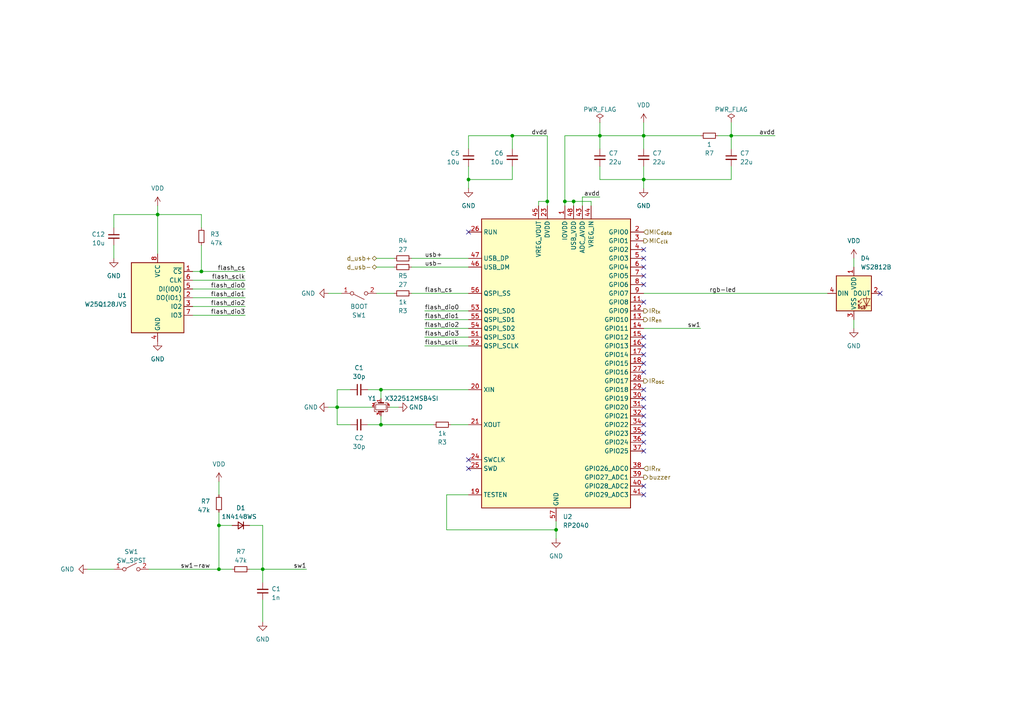
<source format=kicad_sch>
(kicad_sch (version 20230121) (generator eeschema)
  (paper "A4")
  (title_block (title "MCU") (date "2023-06-17"))
  (lib_symbols
    (symbol "Device:C_Small" (pin_numbers hide) (pin_names (offset 0.254) hide)
      (property "Reference" "C" (at 0.254 1.778 0))
      (property "Value" "C_Small" (at 0.254 -2.032 0))
      (symbol "C_Small_0_1"
        (polyline (pts (xy -1.524 -0.508) (xy 1.524 -0.508)) (stroke (width 0.3302)))
        (polyline (pts (xy -1.524 0.508) (xy 1.524 0.508)) (stroke (width 0.3048)))
      )
      (symbol "C_Small_1_1"
        (pin passive line (at 0 2.54 270) (length 2.032) (name "~") (number "1"))
        (pin passive line (at 0 -2.54 90) (length 2.032) (name "~") (number "2"))
      )
    )
    (symbol "Device:Crystal_GND24_Small" (pin_names (offset 1.016) hide)
      (property "Reference" "Y" (at 1.27 4.445 0))
      (property "Value" "Crystal_GND24_Small" (at 1.27 2.54 0))
      (symbol "Crystal_GND24_Small_0_1"
        (rectangle (start -0.762 -1.524) (end 0.762 1.524))
        (polyline (pts (xy -1.27 -0.762) (xy -1.27 0.762)) (stroke (width 0.381)))
        (polyline (pts (xy 1.27 -0.762) (xy 1.27 0.762)) (stroke (width 0.381)))
        (polyline (pts (xy -1.27 -1.27) (xy -1.27 -1.905) (xy 1.27 -1.905) (xy 1.27 -1.27)))
        (polyline (pts (xy -1.27 1.27) (xy -1.27 1.905) (xy 1.27 1.905) (xy 1.27 1.27)))
      )
      (symbol "Crystal_GND24_Small_1_1"
        (pin passive line (at -2.54 0 0) (length 1.27) (name "1") (number "1"))
        (pin passive line (at 0 -2.54 90) (length 0.635) (name "2") (number "2"))
        (pin passive line (at 2.54 0 180) (length 1.27) (name "3") (number "3"))
        (pin passive line (at 0 2.54 270) (length 0.635) (name "4") (number "4"))
      )
    )
    (symbol "Device:D_Small" (pin_numbers hide) (pin_names (offset 0.254) hide)
      (property "Reference" "D" (at -1.27 2.032 0))
      (property "Value" "D_Small" (at -3.81 -2.032 0))
      (symbol "D_Small_0_1"
        (polyline (pts (xy -0.762 -1.016) (xy -0.762 1.016)) (stroke (width 0.254)))
        (polyline (pts (xy -0.762 0) (xy 0.762 0)))
        (polyline (pts (xy 0.762 -1.016) (xy -0.762 0) (xy 0.762 1.016) (xy 0.762 -1.016)) (stroke (width 0.254)))
      )
      (symbol "D_Small_1_1"
        (pin passive line (at -2.54 0 0) (length 1.778) (name "K") (number "1"))
        (pin passive line (at 2.54 0 180) (length 1.778) (name "A") (number "2"))
      )
    )
    (symbol "Device:R_Small" (pin_numbers hide) (pin_names (offset 0.254) hide)
      (property "Reference" "R" (at 0.762 0.508 0))
      (property "Value" "R_Small" (at 0.762 -1.016 0))
      (symbol "R_Small_0_1"
        (rectangle (start -0.762 1.778) (end 0.762 -1.778) (stroke (width 0.2032)))
      )
      (symbol "R_Small_1_1"
        (pin passive line (at 0 2.54 270) (length 0.762) (name "~") (number "1"))
        (pin passive line (at 0 -2.54 90) (length 0.762) (name "~") (number "2"))
      )
    )
    (symbol "LED:WS2812B" (pin_names (offset 0.254))
      (property "Reference" "D" (at 5.08 5.715 0))
      (property "Value" "WS2812B" (at 1.27 -5.715 0))
      (symbol "WS2812B_0_0"
        (text "RGB" (at 2.286 -4.191 0) (effects (font (size 0.762 0.762))))
      )
      (symbol "WS2812B_0_1"
        (polyline (pts (xy 1.27 -3.556) (xy 1.778 -3.556)))
        (polyline (pts (xy 1.27 -2.54) (xy 1.778 -2.54)))
        (polyline (pts (xy 4.699 -3.556) (xy 2.667 -3.556)))
        (polyline (pts (xy 2.286 -2.54) (xy 1.27 -3.556) (xy 1.27 -3.048)))
        (polyline (pts (xy 2.286 -1.524) (xy 1.27 -2.54) (xy 1.27 -2.032)))
        (polyline (pts (xy 3.683 -1.016) (xy 3.683 -3.556) (xy 3.683 -4.064)))
        (polyline (pts (xy 4.699 -1.524) (xy 2.667 -1.524) (xy 3.683 -3.556) (xy 4.699 -1.524)))
        (rectangle (start 5.08 5.08) (end -5.08 -5.08) (stroke (width 0.254)) (fill (type background)))
      )
      (symbol "WS2812B_1_1"
        (pin power_in line (at 0 7.62 270) (length 2.54) (name "VDD") (number "1"))
        (pin output line (at 7.62 0 180) (length 2.54) (name "DOUT") (number "2"))
        (pin power_in line (at 0 -7.62 90) (length 2.54) (name "VSS") (number "3"))
        (pin input line (at -7.62 0 0) (length 2.54) (name "DIN") (number "4"))
      )
    )
    (symbol "MCU_RaspberryPi:RP2040"
      (property "Reference" "U" (at 17.78 45.72 0))
      (property "Value" "RP2040" (at 17.78 43.18 0))
      (symbol "RP2040_0_1"
        (rectangle (start -21.59 41.91) (end 21.59 -41.91) (stroke (width 0.254)) (fill (type background)))
      )
      (symbol "RP2040_1_1"
        (pin power_in line (at 2.54 45.72 270) (length 3.81) (name "IOVDD") (number "1"))
        (pin passive line (at 2.54 45.72 270) (length 3.81) hide (name "IOVDD") (number "10"))
        (pin bidirectional line (at 25.4 17.78 180) (length 3.81) (name "GPIO8") (number "11"))
        (pin bidirectional line (at 25.4 15.24 180) (length 3.81) (name "GPIO9") (number "12"))
        (pin bidirectional line (at 25.4 12.7 180) (length 3.81) (name "GPIO10") (number "13"))
        (pin bidirectional line (at 25.4 10.16 180) (length 3.81) (name "GPIO11") (number "14"))
        (pin bidirectional line (at 25.4 7.62 180) (length 3.81) (name "GPIO12") (number "15"))
        (pin bidirectional line (at 25.4 5.08 180) (length 3.81) (name "GPIO13") (number "16"))
        (pin bidirectional line (at 25.4 2.54 180) (length 3.81) (name "GPIO14") (number "17"))
        (pin bidirectional line (at 25.4 0 180) (length 3.81) (name "GPIO15") (number "18"))
        (pin input line (at -25.4 -38.1 0) (length 3.81) (name "TESTEN") (number "19"))
        (pin bidirectional line (at 25.4 38.1 180) (length 3.81) (name "GPIO0") (number "2"))
        (pin input line (at -25.4 -7.62 0) (length 3.81) (name "XIN") (number "20"))
        (pin passive line (at -25.4 -17.78 0) (length 3.81) (name "XOUT") (number "21"))
        (pin passive line (at 2.54 45.72 270) (length 3.81) hide (name "IOVDD") (number "22"))
        (pin power_in line (at -2.54 45.72 270) (length 3.81) (name "DVDD") (number "23"))
        (pin input line (at -25.4 -27.94 0) (length 3.81) (name "SWCLK") (number "24"))
        (pin bidirectional line (at -25.4 -30.48 0) (length 3.81) (name "SWD") (number "25"))
        (pin input line (at -25.4 38.1 0) (length 3.81) (name "RUN") (number "26"))
        (pin bidirectional line (at 25.4 -2.54 180) (length 3.81) (name "GPIO16") (number "27"))
        (pin bidirectional line (at 25.4 -5.08 180) (length 3.81) (name "GPIO17") (number "28"))
        (pin bidirectional line (at 25.4 -7.62 180) (length 3.81) (name "GPIO18") (number "29"))
        (pin bidirectional line (at 25.4 35.56 180) (length 3.81) (name "GPIO1") (number "3"))
        (pin bidirectional line (at 25.4 -10.16 180) (length 3.81) (name "GPIO19") (number "30"))
        (pin bidirectional line (at 25.4 -12.7 180) (length 3.81) (name "GPIO20") (number "31"))
        (pin bidirectional line (at 25.4 -15.24 180) (length 3.81) (name "GPIO21") (number "32"))
        (pin passive line (at 2.54 45.72 270) (length 3.81) hide (name "IOVDD") (number "33"))
        (pin bidirectional line (at 25.4 -17.78 180) (length 3.81) (name "GPIO22") (number "34"))
        (pin bidirectional line (at 25.4 -20.32 180) (length 3.81) (name "GPIO23") (number "35"))
        (pin bidirectional line (at 25.4 -22.86 180) (length 3.81) (name "GPIO24") (number "36"))
        (pin bidirectional line (at 25.4 -25.4 180) (length 3.81) (name "GPIO25") (number "37"))
        (pin bidirectional line (at 25.4 -30.48 180) (length 3.81) (name "GPIO26_ADC0") (number "38"))
        (pin bidirectional line (at 25.4 -33.02 180) (length 3.81) (name "GPIO27_ADC1") (number "39"))
        (pin bidirectional line (at 25.4 33.02 180) (length 3.81) (name "GPIO2") (number "4"))
        (pin bidirectional line (at 25.4 -35.56 180) (length 3.81) (name "GPIO28_ADC2") (number "40"))
        (pin bidirectional line (at 25.4 -38.1 180) (length 3.81) (name "GPIO29_ADC3") (number "41"))
        (pin passive line (at 2.54 45.72 270) (length 3.81) hide (name "IOVDD") (number "42"))
        (pin power_in line (at 7.62 45.72 270) (length 3.81) (name "ADC_AVDD") (number "43"))
        (pin power_in line (at 10.16 45.72 270) (length 3.81) (name "VREG_IN") (number "44"))
        (pin power_out line (at -5.08 45.72 270) (length 3.81) (name "VREG_VOUT") (number "45"))
        (pin bidirectional line (at -25.4 27.94 0) (length 3.81) (name "USB_DM") (number "46"))
        (pin bidirectional line (at -25.4 30.48 0) (length 3.81) (name "USB_DP") (number "47"))
        (pin power_in line (at 5.08 45.72 270) (length 3.81) (name "USB_VDD") (number "48"))
        (pin passive line (at 2.54 45.72 270) (length 3.81) hide (name "IOVDD") (number "49"))
        (pin bidirectional line (at 25.4 30.48 180) (length 3.81) (name "GPIO3") (number "5"))
        (pin passive line (at -2.54 45.72 270) (length 3.81) hide (name "DVDD") (number "50"))
        (pin bidirectional line (at -25.4 7.62 0) (length 3.81) (name "QSPI_SD3") (number "51"))
        (pin output line (at -25.4 5.08 0) (length 3.81) (name "QSPI_SCLK") (number "52"))
        (pin bidirectional line (at -25.4 15.24 0) (length 3.81) (name "QSPI_SD0") (number "53"))
        (pin bidirectional line (at -25.4 10.16 0) (length 3.81) (name "QSPI_SD2") (number "54"))
        (pin bidirectional line (at -25.4 12.7 0) (length 3.81) (name "QSPI_SD1") (number "55"))
        (pin bidirectional line (at -25.4 20.32 0) (length 3.81) (name "QSPI_SS") (number "56"))
        (pin power_in line (at 0 -45.72 90) (length 3.81) (name "GND") (number "57"))
        (pin bidirectional line (at 25.4 27.94 180) (length 3.81) (name "GPIO4") (number "6"))
        (pin bidirectional line (at 25.4 25.4 180) (length 3.81) (name "GPIO5") (number "7"))
        (pin bidirectional line (at 25.4 22.86 180) (length 3.81) (name "GPIO6") (number "8"))
        (pin bidirectional line (at 25.4 20.32 180) (length 3.81) (name "GPIO7") (number "9"))
      )
    )
    (symbol "Memory_Flash:W25Q128JVS"
      (property "Reference" "U" (at -8.89 8.89 0))
      (property "Value" "W25Q128JVS" (at 7.62 8.89 0))
      (symbol "W25Q128JVS_0_1"
        (rectangle (start -7.62 10.16) (end 7.62 -10.16) (stroke (width 0.254)) (fill (type background)))
      )
      (symbol "W25Q128JVS_1_1"
        (pin input line (at -10.16 7.62 0) (length 2.54) (name "~{CS}") (number "1"))
        (pin bidirectional line (at -10.16 0 0) (length 2.54) (name "DO(IO1)") (number "2"))
        (pin bidirectional line (at -10.16 -2.54 0) (length 2.54) (name "IO2") (number "3"))
        (pin power_in line (at 0 -12.7 90) (length 2.54) (name "GND") (number "4"))
        (pin bidirectional line (at -10.16 2.54 0) (length 2.54) (name "DI(IO0)") (number "5"))
        (pin input line (at -10.16 5.08 0) (length 2.54) (name "CLK") (number "6"))
        (pin bidirectional line (at -10.16 -5.08 0) (length 2.54) (name "IO3") (number "7"))
        (pin power_in line (at 0 12.7 270) (length 2.54) (name "VCC") (number "8"))
      )
    )
    (symbol "Switch:SW_SPST" (pin_names (offset 0) hide)
      (property "Reference" "SW" (at 0 3.175 0))
      (property "Value" "SW_SPST" (at 0 -2.54 0))
      (symbol "SW_SPST_0_0"
        (circle (center -2.032 0) (radius 0.508))
        (polyline (pts (xy -1.524 0.254) (xy 1.524 1.778)))
        (circle (center 2.032 0) (radius 0.508))
      )
      (symbol "SW_SPST_1_1"
        (pin passive line (at -5.08 0 0) (length 2.54) (name "A") (number "1"))
        (pin passive line (at 5.08 0 180) (length 2.54) (name "B") (number "2"))
      )
    )
    (symbol "power:GND" (power) (pin_names (offset 0))
      (property "Value" "GND" (at 0 -3.81 0))
      (symbol "GND_0_1"
        (polyline (pts (xy 0 0) (xy 0 -1.27) (xy 1.27 -1.27) (xy 0 -2.54) (xy -1.27 -1.27) (xy 0 -1.27)))
      )
      (symbol "GND_1_1"
        (pin power_in line (at 0 0 270) (length 0) hide (name "GND") (number "1"))
      )
    )
    (symbol "power:PWR_FLAG" (power) (pin_numbers hide) (pin_names (offset 0) hide)
      (property "Value" "PWR_FLAG" (at 0 3.81 0))
      (symbol "PWR_FLAG_0_0"
        (pin power_out line (at 0 0 90) (length 0) (name "pwr") (number "1"))
      )
      (symbol "PWR_FLAG_0_1"
        (polyline (pts (xy 0 0) (xy 0 1.27) (xy -1.016 1.905) (xy 0 2.54) (xy 1.016 1.905) (xy 0 1.27)))
      )
    )
    (symbol "power:VDD" (power) (pin_names (offset 0))
      (property "Value" "VDD" (at 0 3.81 0))
      (symbol "VDD_0_1"
        (polyline (pts (xy -0.762 1.27) (xy 0 2.54)))
        (polyline (pts (xy 0 0) (xy 0 2.54)))
        (polyline (pts (xy 0 2.54) (xy 0.762 1.27)))
      )
      (symbol "VDD_1_1"
        (pin power_in line (at 0 0 90) (length 0) hide (name "VDD") (number "1"))
      )
    )
  )
  (junction (at 173.99 39.37))
  (junction (at 158.75 58.42))
  (junction (at 58.42 78.74))
  (junction (at 135.89 52.07))
  (junction (at 63.5 165.1))
  (junction (at 166.37 58.42))
  (junction (at 161.29 153.67))
  (junction (at 212.09 39.37))
  (junction (at 45.72 62.23))
  (junction (at 186.69 52.07))
  (junction (at 163.83 58.42))
  (junction (at 76.2 165.1))
  (junction (at 186.69 39.37))
  (junction (at 110.49 123.19))
  (junction (at 97.79 118.11))
  (junction (at 63.5 152.4))
  (junction (at 110.49 113.03))
  (junction (at 148.59 39.37))
  (no_connect (at 186.69 125.73))
  (no_connect (at 186.69 72.39))
  (no_connect (at 186.69 87.63))
  (no_connect (at 186.69 105.41))
  (no_connect (at 255.27 85.09))
  (no_connect (at 186.69 115.57))
  (no_connect (at 186.69 100.33))
  (no_connect (at 135.89 133.35))
  (no_connect (at 186.69 128.27))
  (no_connect (at 186.69 143.51))
  (no_connect (at 186.69 118.11))
  (no_connect (at 186.69 74.93))
  (no_connect (at 186.69 120.65))
  (no_connect (at 186.69 140.97))
  (no_connect (at 135.89 67.31))
  (no_connect (at 135.89 135.89))
  (no_connect (at 186.69 102.87))
  (no_connect (at 186.69 130.81))
  (no_connect (at 186.69 107.95))
  (no_connect (at 186.69 80.01))
  (no_connect (at 186.69 113.03))
  (no_connect (at 186.69 97.79))
  (no_connect (at 186.69 82.55))
  (no_connect (at 186.69 77.47))
  (no_connect (at 186.69 123.19))
  (wire (pts (xy 123.19 92.71) (xy 135.89 92.71)))
  (wire (pts (xy 212.09 39.37) (xy 224.79 39.37)))
  (wire (pts (xy 186.69 48.26) (xy 186.69 52.07)))
  (wire (pts (xy 186.69 95.25) (xy 203.2 95.25)))
  (wire (pts (xy 186.69 35.56) (xy 186.69 39.37)))
  (wire (pts (xy 33.02 165.1) (xy 25.4 165.1)))
  (wire (pts (xy 148.59 39.37) (xy 148.59 43.18)))
  (wire (pts (xy 58.42 62.23) (xy 58.42 66.04)))
  (wire (pts (xy 135.89 39.37) (xy 148.59 39.37)))
  (wire (pts (xy 135.89 54.61) (xy 135.89 52.07)))
  (wire (pts (xy 129.54 143.51) (xy 135.89 143.51)))
  (wire (pts (xy 58.42 71.12) (xy 58.42 78.74)))
  (wire (pts (xy 212.09 39.37) (xy 212.09 43.18)))
  (wire (pts (xy 115.57 118.11) (xy 113.03 118.11)))
  (wire (pts (xy 129.54 153.67) (xy 129.54 143.51)))
  (wire (pts (xy 166.37 58.42) (xy 171.45 58.42)))
  (wire (pts (xy 148.59 39.37) (xy 158.75 39.37)))
  (wire (pts (xy 95.25 85.09) (xy 99.06 85.09)))
  (wire (pts (xy 71.12 91.44) (xy 55.88 91.44)))
  (wire (pts (xy 148.59 48.26) (xy 148.59 52.07)))
  (wire (pts (xy 247.65 95.25) (xy 247.65 92.71)))
  (wire (pts (xy 63.5 165.1) (xy 67.31 165.1)))
  (wire (pts (xy 156.21 58.42) (xy 158.75 58.42)))
  (wire (pts (xy 110.49 113.03) (xy 110.49 115.57)))
  (wire (pts (xy 76.2 165.1) (xy 88.9 165.1)))
  (wire (pts (xy 109.22 74.93) (xy 114.3 74.93)))
  (wire (pts (xy 173.99 35.56) (xy 173.99 39.37)))
  (wire (pts (xy 212.09 48.26) (xy 212.09 52.07)))
  (wire (pts (xy 33.02 62.23) (xy 45.72 62.23)))
  (wire (pts (xy 186.69 85.09) (xy 240.03 85.09)))
  (wire (pts (xy 212.09 35.56) (xy 212.09 39.37)))
  (wire (pts (xy 76.2 165.1) (xy 76.2 168.91)))
  (wire (pts (xy 119.38 85.09) (xy 135.89 85.09)))
  (wire (pts (xy 123.19 97.79) (xy 135.89 97.79)))
  (wire (pts (xy 171.45 59.69) (xy 171.45 58.42)))
  (wire (pts (xy 71.12 88.9) (xy 55.88 88.9)))
  (wire (pts (xy 168.91 57.15) (xy 173.99 57.15)))
  (wire (pts (xy 97.79 113.03) (xy 97.79 118.11)))
  (wire (pts (xy 163.83 39.37) (xy 173.99 39.37)))
  (wire (pts (xy 173.99 39.37) (xy 186.69 39.37)))
  (wire (pts (xy 158.75 39.37) (xy 158.75 58.42)))
  (wire (pts (xy 173.99 48.26) (xy 173.99 52.07)))
  (wire (pts (xy 186.69 39.37) (xy 186.69 43.18)))
  (wire (pts (xy 72.39 152.4) (xy 76.2 152.4)))
  (wire (pts (xy 208.28 39.37) (xy 212.09 39.37)))
  (wire (pts (xy 97.79 118.11) (xy 107.95 118.11)))
  (wire (pts (xy 135.89 48.26) (xy 135.89 52.07)))
  (wire (pts (xy 163.83 58.42) (xy 163.83 59.69)))
  (wire (pts (xy 123.19 90.17) (xy 135.89 90.17)))
  (wire (pts (xy 163.83 39.37) (xy 163.83 58.42)))
  (wire (pts (xy 161.29 153.67) (xy 129.54 153.67)))
  (wire (pts (xy 71.12 78.74) (xy 58.42 78.74)))
  (wire (pts (xy 158.75 58.42) (xy 158.75 59.69)))
  (wire (pts (xy 97.79 118.11) (xy 97.79 123.19)))
  (wire (pts (xy 186.69 39.37) (xy 203.2 39.37)))
  (wire (pts (xy 123.19 95.25) (xy 135.89 95.25)))
  (wire (pts (xy 95.25 118.11) (xy 97.79 118.11)))
  (wire (pts (xy 71.12 83.82) (xy 55.88 83.82)))
  (wire (pts (xy 110.49 123.19) (xy 110.49 120.65)))
  (wire (pts (xy 33.02 74.93) (xy 33.02 71.12)))
  (wire (pts (xy 76.2 165.1) (xy 76.2 152.4)))
  (wire (pts (xy 109.22 85.09) (xy 114.3 85.09)))
  (wire (pts (xy 58.42 62.23) (xy 45.72 62.23)))
  (wire (pts (xy 71.12 81.28) (xy 55.88 81.28)))
  (wire (pts (xy 119.38 77.47) (xy 135.89 77.47)))
  (wire (pts (xy 119.38 74.93) (xy 135.89 74.93)))
  (wire (pts (xy 45.72 62.23) (xy 45.72 73.66)))
  (wire (pts (xy 63.5 165.1) (xy 43.18 165.1)))
  (wire (pts (xy 168.91 59.69) (xy 168.91 57.15)))
  (wire (pts (xy 101.6 113.03) (xy 97.79 113.03)))
  (wire (pts (xy 186.69 54.61) (xy 186.69 52.07)))
  (wire (pts (xy 45.72 59.69) (xy 45.72 62.23)))
  (wire (pts (xy 72.39 165.1) (xy 76.2 165.1)))
  (wire (pts (xy 173.99 39.37) (xy 173.99 43.18)))
  (wire (pts (xy 97.79 123.19) (xy 101.6 123.19)))
  (wire (pts (xy 106.68 113.03) (xy 110.49 113.03)))
  (wire (pts (xy 166.37 58.42) (xy 166.37 59.69)))
  (wire (pts (xy 106.68 123.19) (xy 110.49 123.19)))
  (wire (pts (xy 247.65 74.93) (xy 247.65 77.47)))
  (wire (pts (xy 161.29 153.67) (xy 161.29 156.21)))
  (wire (pts (xy 161.29 151.13) (xy 161.29 153.67)))
  (wire (pts (xy 63.5 152.4) (xy 67.31 152.4)))
  (wire (pts (xy 135.89 113.03) (xy 110.49 113.03)))
  (wire (pts (xy 125.73 123.19) (xy 110.49 123.19)))
  (wire (pts (xy 166.37 58.42) (xy 163.83 58.42)))
  (wire (pts (xy 33.02 66.04) (xy 33.02 62.23)))
  (wire (pts (xy 63.5 139.7) (xy 63.5 143.51)))
  (wire (pts (xy 130.81 123.19) (xy 135.89 123.19)))
  (wire (pts (xy 135.89 39.37) (xy 135.89 43.18)))
  (wire (pts (xy 71.12 86.36) (xy 55.88 86.36)))
  (wire (pts (xy 63.5 152.4) (xy 63.5 165.1)))
  (wire (pts (xy 58.42 78.74) (xy 55.88 78.74)))
  (wire (pts (xy 173.99 52.07) (xy 186.69 52.07)))
  (wire (pts (xy 123.19 100.33) (xy 135.89 100.33)))
  (wire (pts (xy 156.21 59.69) (xy 156.21 58.42)))
  (wire (pts (xy 63.5 148.59) (xy 63.5 152.4)))
  (wire (pts (xy 186.69 52.07) (xy 212.09 52.07)))
  (wire (pts (xy 109.22 77.47) (xy 114.3 77.47)))
  (wire (pts (xy 135.89 52.07) (xy 148.59 52.07)))
  (wire (pts (xy 76.2 173.99) (xy 76.2 180.34)))
  (label "avdd" (at 173.99 57.15 180))
  (label "rgb-led" (at 205.74 85.09 0))
  (label "sw1" (at 203.2 95.25 180))
  (label "flash_sclk" (at 71.12 81.28 180))
  (label "flash_dio0" (at 71.12 83.82 180))
  (label "flash_cs" (at 71.12 78.74 180))
  (label "usb+" (at 123.19 74.93 0))
  (label "avdd" (at 224.79 39.37 180))
  (label "flash_dio2" (at 123.19 95.25 0))
  (label "usb-" (at 123.19 77.47 0))
  (label "flash_dio0" (at 123.19 90.17 0))
  (label "flash_dio3" (at 123.19 97.79 0))
  (label "flash_dio1" (at 123.19 92.71 0))
  (label "dvdd" (at 158.75 39.37 180))
  (label "sw1-raw" (at 60.96 165.1 180))
  (label "flash_dio1" (at 71.12 86.36 180))
  (label "flash_dio2" (at 71.12 88.9 180))
  (label "flash_sclk" (at 123.19 100.33 0))
  (label "flash_dio3" (at 71.12 91.44 180))
  (label "flash_cs" (at 123.19 85.09 0))
  (label "sw1" (at 88.9 165.1 180))
  (hierarchical_label "IR_{rx}" (shape input) (at 186.69 135.89 0))
  (hierarchical_label "MIC_{clk}" (shape output) (at 186.69 69.85 0))
  (hierarchical_label "d_usb-" (shape bidirectional) (at 109.22 77.47 180))
  (hierarchical_label "MIC_{data}" (shape input) (at 186.69 67.31 0))
  (hierarchical_label "IR_{tx}" (shape output) (at 186.69 90.17 0))
  (hierarchical_label "IR_{en}" (shape output) (at 186.69 92.71 0))
  (hierarchical_label "IR_{osc}" (shape output) (at 186.69 110.49 0))
  (hierarchical_label "d_usb+" (shape bidirectional) (at 109.22 74.93 180))
  (hierarchical_label "buzzer" (shape output) (at 186.69 138.43 0))
  (symbol (lib_id "Switch:SW_SPST") (at 38.1 165.1 0) (unit 1)
    (property "Reference" "SW1" (at 38.1 160.02 0))
    (property "Value" "SW_SPST" (at 38.1 162.56 0))
    (property "Footprint" "LCSC:RubberButton" (effects hide))
    (instances (project "bento-vna" (path "" (reference "SW1") (unit 1)) (path "" (reference "SW1") (unit 1))) (project "fun-blaster" (path "" (reference "SW3") (unit 1))))
  )
  (symbol (lib_id "power:GND") (at 45.72 99.06 0) (mirror y) (unit 1)
    (property "Reference" "#PWR0114" (effects hide))
    (property "Value" "GND" (at 45.72 104.14 0))
    (instances (project "barbecue" (path "" (reference "#PWR0114") (unit 1))) (project "bento-vna" (path "" (reference "#PWR022") (unit 1))) (project "fun-blaster" (path "" (reference "#PWR018") (unit 1)) (path "" (reference "#PWR018") (unit 1)) (path "" (reference "#PWR018") (unit 1))))
  )
  (symbol (lib_id "Device:C_Small") (at 212.09 45.72 0) (mirror y) (unit 1)
    (property "Reference" "C7" (at 214.63 44.45 0) (effects (justify right)))
    (property "Value" "22u" (at 214.63 46.99 0) (effects (justify right)))
    (property "Footprint" "Capacitor_SMD:C_0603_1608Metric" (effects hide))
    (property "LCSC" "C59461" (effects hide))
    (instances (project "barbecue" (path "" (reference "C7") (unit 1))) (project "bento-vna" (path "" (reference "C3") (unit 1))) (project "fun-blaster" (path "" (reference "C3") (unit 1)) (path "" (reference "C3") (unit 1)) (path "" (reference "C5") (unit 1))))
  )
  (symbol (lib_id "Device:C_Small") (at 104.14 123.19 90) (mirror x) (unit 1)
    (property "Reference" "C2" (at 104.14 127 90))
    (property "Value" "30p" (at 104.14 129.54 90))
    (property "Footprint" "Capacitor_SMD:C_0402_1005Metric" (effects hide))
    (property "LCSC" "C1570" (effects hide))
    (instances (project "barbecue" (path "" (reference "C2") (unit 1))) (project "bento-vna" (path "" (reference "C7") (unit 1))) (project "fun-blaster" (path "" (reference "C7") (unit 1)) (path "" (reference "C7") (unit 1)) (path "" (reference "C7") (unit 1))))
  )
  (symbol (lib_id "power:GND") (at 95.25 118.11 270) (unit 1)
    (property "Reference" "#PWR0103" (effects hide))
    (property "Value" "GND" (at 90.17 118.11 90))
    (instances (project "barbecue" (path "" (reference "#PWR0103") (unit 1))) (project "bento-vna" (path "" (reference "#PWR012") (unit 1))) (project "fun-blaster" (path "" (reference "#PWR08") (unit 1)) (path "" (reference "#PWR08") (unit 1)) (path "" (reference "#PWR08") (unit 1))))
  )
  (symbol (lib_id "Device:C_Small") (at 76.2 171.45 180) (unit 1)
    (property "Reference" "C1" (at 78.74 170.8086 0) (effects (justify right)))
    (property "Value" "1n" (at 78.74 173.3486 0) (effects (justify right)))
    (property "Footprint" "Capacitor_SMD:C_0402_1005Metric" (effects hide))
    (property "LCSC" "C1523" (effects hide))
    (instances (project "barbecue" (path "" (reference "C1") (unit 1))) (project "bento-vna" (path "" (reference "C11") (unit 1)) (path "" (reference "C17") (unit 1))) (project "fun-blaster" (path "" (reference "C21") (unit 1))))
  )
  (symbol (lib_id "power:GND") (at 247.65 95.25 0) (mirror y) (unit 1)
    (property "Reference" "#PWR0132" (effects hide))
    (property "Value" "GND" (at 247.65 100.33 0))
    (instances (project "barbecue" (path "" (reference "#PWR0132") (unit 1))) (project "bento-vna" (path "" (reference "#PWR06") (unit 1))) (project "fun-blaster" (path "" (reference "#PWR05") (unit 1)) (path "" (reference "#PWR05") (unit 1)) (path "" (reference "#PWR044") (unit 1))))
  )
  (symbol (lib_id "Device:R_Small") (at 116.84 77.47 90) (mirror x) (unit 1)
    (property "Reference" "R5" (at 116.84 80.01 90))
    (property "Value" "27" (at 116.84 82.55 90))
    (property "Footprint" "Resistor_SMD:R_0603_1608Metric" (effects hide))
    (property "LCSC" "C25190" (effects hide))
    (instances (project "barbecue" (path "" (reference "R5") (unit 1))) (project "bento-vna" (path "" (reference "R5") (unit 1))) (project "fun-blaster" (path "" (reference "R6") (unit 1)) (path "" (reference "R6") (unit 1)) (path "" (reference "R6") (unit 1))))
  )
  (symbol (lib_id "power:VDD") (at 45.72 59.69 0) (unit 1)
    (property "Reference" "#PWR040" (effects hide))
    (property "Value" "VDD" (at 45.72 54.61 0))
    (instances (project "fun-blaster" (path "" (reference "#PWR040") (unit 1)) (path "" (reference "#PWR011") (unit 1))))
  )
  (symbol (lib_id "power:GND") (at 33.02 74.93 0) (mirror y) (unit 1)
    (property "Reference" "#PWR0112" (effects hide))
    (property "Value" "GND" (at 33.02 80.01 0))
    (instances (project "barbecue" (path "" (reference "#PWR0112") (unit 1))) (project "bento-vna" (path "" (reference "#PWR018") (unit 1))) (project "fun-blaster" (path "" (reference "#PWR014") (unit 1)) (path "" (reference "#PWR014") (unit 1)) (path "" (reference "#PWR014") (unit 1))))
  )
  (symbol (lib_id "power:GND") (at 161.29 156.21 0) (unit 1)
    (property "Reference" "#PWR014" (effects hide))
    (property "Value" "GND" (at 161.29 161.29 0))
    (instances (project "bento-vna" (path "" (reference "#PWR014") (unit 1))) (project "fun-blaster" (path "" (reference "#PWR010") (unit 1)) (path "" (reference "#PWR010") (unit 1)) (path "" (reference "#PWR010") (unit 1))))
  )
  (symbol (lib_id "LED:WS2812B") (at 247.65 85.09 0) (unit 1)
    (property "Reference" "D4" (at 249.6059 74.93 0) (effects (justify left)))
    (property "Value" "WS2812B" (at 249.6059 77.47 0) (effects (justify left)))
    (property "Footprint" "LED_SMD:LED_WS2812B_PLCC4_5.0x5.0mm_P3.2mm" (effects hide))
    (property "Datasheet" "https://cdn-shop.adafruit.com/datasheets/WS2812B.pdf" (effects hide))
  )
  (symbol (lib_id "Device:C_Small") (at 173.99 45.72 0) (mirror y) (unit 1)
    (property "Reference" "C7" (at 176.53 44.45 0) (effects (justify right)))
    (property "Value" "22u" (at 176.53 46.99 0) (effects (justify right)))
    (property "Footprint" "Capacitor_SMD:C_0603_1608Metric" (effects hide))
    (property "LCSC" "C59461" (effects hide))
    (instances (project "barbecue" (path "" (reference "C7") (unit 1))) (project "bento-vna" (path "" (reference "C3") (unit 1))) (project "fun-blaster" (path "" (reference "C3") (unit 1)) (path "" (reference "C3") (unit 1)) (path "" (reference "C3") (unit 1))))
  )
  (symbol (lib_id "Device:C_Small") (at 186.69 45.72 0) (mirror y) (unit 1)
    (property "Reference" "C7" (at 189.23 44.45 0) (effects (justify right)))
    (property "Value" "22u" (at 189.23 46.99 0) (effects (justify right)))
    (property "Footprint" "Capacitor_SMD:C_0603_1608Metric" (effects hide))
    (property "LCSC" "C59461" (effects hide))
    (instances (project "barbecue" (path "" (reference "C7") (unit 1))) (project "bento-vna" (path "" (reference "C3") (unit 1))) (project "fun-blaster" (path "" (reference "C3") (unit 1)) (path "" (reference "C3") (unit 1)) (path "" (reference "C4") (unit 1))))
  )
  (symbol (lib_id "power:GND") (at 186.69 54.61 0) (mirror y) (unit 1)
    (property "Reference" "#PWR0132" (effects hide))
    (property "Value" "GND" (at 186.69 59.69 0))
    (instances (project "barbecue" (path "" (reference "#PWR0132") (unit 1))) (project "bento-vna" (path "" (reference "#PWR06") (unit 1))) (project "fun-blaster" (path "" (reference "#PWR05") (unit 1)) (path "" (reference "#PWR05") (unit 1)) (path "" (reference "#PWR05") (unit 1))))
  )
  (symbol (lib_id "Device:R_Small") (at 128.27 123.19 270) (mirror x) (unit 1)
    (property "Reference" "R3" (at 128.27 128.27 90))
    (property "Value" "1k" (at 128.27 125.73 90))
    (property "Footprint" "Resistor_SMD:R_0402_1005Metric" (effects hide))
    (property "LCSC" "C11702" (effects hide))
    (instances (project "barbecue" (path "" (reference "R3") (unit 1))) (project "bento-vna" (path "" (reference "R6") (unit 1))) (project "fun-blaster" (path "" (reference "R7") (unit 1)) (path "" (reference "R7") (unit 1)) (path "" (reference "R8") (unit 1))))
  )
  (symbol (lib_id "Device:C_Small") (at 135.89 45.72 0) (unit 1)
    (property "Reference" "C5" (at 133.35 44.45 0) (effects (justify right)))
    (property "Value" "10u" (at 133.35 46.99 0) (effects (justify right)))
    (property "Footprint" "Capacitor_SMD:C_0402_1005Metric" (effects hide))
    (property "LCSC" "C15525" (effects hide))
    (instances (project "barbecue" (path "" (reference "C5") (unit 1))) (project "bento-vna" (path "" (reference "C1") (unit 1))) (project "fun-blaster" (path "" (reference "C1") (unit 1)) (path "" (reference "C1") (unit 1)) (path "" (reference "C1") (unit 1))))
  )
  (symbol (lib_id "Device:R_Small") (at 205.74 39.37 90) (mirror x) (unit 1)
    (property "Reference" "R7" (at 205.74 44.45 90))
    (property "Value" "1" (at 205.74 41.91 90))
    (property "Footprint" "Resistor_SMD:R_0402_1005Metric" (effects hide))
    (property "LCSC" "C25086" (effects hide))
    (instances (project "barbecue" (path "" (reference "R7") (unit 1))) (project "bento-vna" (path "" (reference "R1") (unit 1))) (project "fun-blaster" (path "" (reference "R2") (unit 1)) (path "" (reference "R2") (unit 1)) (path "" (reference "R2") (unit 1))))
  )
  (symbol (lib_id "power:PWR_FLAG") (at 212.09 35.56 0) (unit 1)
    (property "Reference" "#FLG01" (effects hide))
    (property "Value" "PWR_FLAG" (at 212.09 31.75 0))
  )
  (symbol (lib_id "Device:C_Small") (at 104.14 113.03 90) (unit 1)
    (property "Reference" "C1" (at 104.14 106.68 90))
    (property "Value" "30p" (at 104.14 109.22 90))
    (property "Footprint" "Capacitor_SMD:C_0402_1005Metric" (effects hide))
    (property "LCSC" "C1570" (effects hide))
    (instances (project "barbecue" (path "" (reference "C1") (unit 1))) (project "bento-vna" (path "" (reference "C6") (unit 1))) (project "fun-blaster" (path "" (reference "C6") (unit 1)) (path "" (reference "C6") (unit 1)) (path "" (reference "C6") (unit 1))))
  )
  (symbol (lib_id "power:GND") (at 25.4 165.1 270) (unit 1)
    (property "Reference" "#PWR0138" (effects hide))
    (property "Value" "GND" (at 21.59 165.1 90) (effects (justify right)))
    (instances (project "barbecue" (path "" (reference "#PWR0138") (unit 1))) (project "bento-vna" (path "" (reference "#PWR017") (unit 1)) (path "" (reference "#PWR035") (unit 1))) (project "fun-blaster" (path "" (reference "#PWR042") (unit 1))))
  )
  (symbol (lib_id "power:GND") (at 95.25 85.09 270) (unit 1)
    (property "Reference" "#PWR010" (effects hide))
    (property "Value" "GND" (at 91.44 85.09 90) (effects (justify right)))
    (instances (project "bento-vna" (path "" (reference "#PWR010") (unit 1))) (project "fun-blaster" (path "" (reference "#PWR07") (unit 1)) (path "" (reference "#PWR07") (unit 1)) (path "" (reference "#PWR07") (unit 1))))
  )
  (symbol (lib_id "Device:C_Small") (at 148.59 45.72 0) (unit 1)
    (property "Reference" "C6" (at 146.05 44.45 0) (effects (justify right)))
    (property "Value" "10u" (at 146.05 46.99 0) (effects (justify right)))
    (property "Footprint" "Capacitor_SMD:C_0402_1005Metric" (effects hide))
    (property "LCSC" "C15525" (effects hide))
    (instances (project "barbecue" (path "" (reference "C6") (unit 1))) (project "bento-vna" (path "" (reference "C2") (unit 1))) (project "fun-blaster" (path "" (reference "C2") (unit 1)) (path "" (reference "C2") (unit 1)) (path "" (reference "C2") (unit 1))))
  )
  (symbol (lib_id "power:GND") (at 135.89 54.61 0) (mirror y) (unit 1)
    (property "Reference" "#PWR0132" (effects hide))
    (property "Value" "GND" (at 135.89 59.69 0))
    (instances (project "barbecue" (path "" (reference "#PWR0132") (unit 1))) (project "bento-vna" (path "" (reference "#PWR05") (unit 1))) (project "fun-blaster" (path "" (reference "#PWR04") (unit 1)) (path "" (reference "#PWR04") (unit 1)) (path "" (reference "#PWR04") (unit 1))))
  )
  (symbol (lib_id "power:VDD") (at 186.69 35.56 0) (unit 1)
    (property "Reference" "#PWR040" (effects hide))
    (property "Value" "VDD" (at 186.69 30.48 0))
    (instances (project "fun-blaster" (path "" (reference "#PWR040") (unit 1)) (path "" (reference "#PWR01") (unit 1))))
  )
  (symbol (lib_id "power:GND") (at 76.2 180.34 0) (unit 1)
    (property "Reference" "#PWR0138" (effects hide))
    (property "Value" "GND" (at 76.2 185.42 0))
    (instances (project "barbecue" (path "" (reference "#PWR0138") (unit 1))) (project "bento-vna" (path "" (reference "#PWR017") (unit 1)) (path "" (reference "#PWR037") (unit 1))) (project "fun-blaster" (path "" (reference "#PWR045") (unit 1))))
  )
  (symbol (lib_id "Device:R_Small") (at 58.42 68.58 0) (unit 1)
    (property "Reference" "R3" (at 60.96 67.945 0) (effects (justify left)))
    (property "Value" "47k" (at 60.96 70.485 0) (effects (justify left)))
    (property "Footprint" "Resistor_SMD:R_0402_1005Metric" (effects hide))
    (property "LCSC" "C25792" (effects hide))
    (instances (project "barbecue" (path "" (reference "R3") (unit 1))) (project "bento-vna" (path "" (reference "R8") (unit 1))) (project "fun-blaster" (path "" (reference "R9") (unit 1)) (path "" (reference "R9") (unit 1)) (path "" (reference "R9") (unit 1))))
  )
  (symbol (lib_id "Device:C_Small") (at 33.02 68.58 0) (unit 1)
    (property "Reference" "C12" (at 30.48 67.9513 0) (effects (justify right)))
    (property "Value" "10u" (at 30.48 70.4913 0) (effects (justify right)))
    (property "Footprint" "Capacitor_SMD:C_0402_1005Metric" (effects hide))
    (property "LCSC" "C15525" (effects hide))
    (instances (project "barbecue" (path "" (reference "C12") (unit 1))) (project "bento-vna" (path "" (reference "C8") (unit 1))) (project "fun-blaster" (path "" (reference "C8") (unit 1)) (path "" (reference "C8") (unit 1)) (path "" (reference "C8") (unit 1))))
  )
  (symbol (lib_id "Device:R_Small") (at 69.85 165.1 270) (unit 1)
    (property "Reference" "R7" (at 69.85 160.02 90))
    (property "Value" "47k" (at 69.85 162.56 90))
    (property "Footprint" "Resistor_SMD:R_0402_1005Metric" (effects hide))
    (property "LCSC" "C25792" (effects hide))
    (instances (project "barbecue" (path "" (reference "R7") (unit 1))) (project "bento-vna" (path "" (reference "R21") (unit 1)) (path "" (reference "R24") (unit 1))) (project "fun-blaster" (path "" (reference "R23") (unit 1))))
  )
  (symbol (lib_id "Device:Crystal_GND24_Small") (at 110.49 118.11 270) (unit 1)
    (property "Reference" "Y1" (at 107.95 115.57 90))
    (property "Value" "X322512MSB4SI" (at 119.38 115.57 90))
    (property "Footprint" "Crystal:Crystal_SMD_3225-4Pin_3.2x2.5mm" (effects hide))
    (property "LCSC" "C9002" (effects hide))
  )
  (symbol (lib_id "Device:R_Small") (at 63.5 146.05 0) (mirror x) (unit 1)
    (property "Reference" "R7" (at 60.96 145.415 0) (effects (justify right)))
    (property "Value" "47k" (at 60.96 147.955 0) (effects (justify right)))
    (property "Footprint" "Resistor_SMD:R_0402_1005Metric" (effects hide))
    (property "LCSC" "C25792" (effects hide))
    (instances (project "barbecue" (path "" (reference "R7") (unit 1))) (project "bento-vna" (path "" (reference "R21") (unit 1)) (path "" (reference "R24") (unit 1))) (project "fun-blaster" (path "" (reference "R22") (unit 1))))
  )
  (symbol (lib_id "power:GND") (at 115.57 118.11 90) (unit 1)
    (property "Reference" "#PWR0103" (effects hide))
    (property "Value" "GND" (at 120.65 118.11 90))
    (instances (project "barbecue" (path "" (reference "#PWR0103") (unit 1))) (project "bento-vna" (path "" (reference "#PWR013") (unit 1))) (project "fun-blaster" (path "" (reference "#PWR09") (unit 1)) (path "" (reference "#PWR09") (unit 1)) (path "" (reference "#PWR09") (unit 1))))
  )
  (symbol (lib_id "power:VDD") (at 247.65 74.93 0) (unit 1)
    (property "Reference" "#PWR040" (effects hide))
    (property "Value" "VDD" (at 247.65 69.85 0))
    (instances (project "fun-blaster" (path "" (reference "#PWR040") (unit 1)) (path "" (reference "#PWR043") (unit 1))))
  )
  (symbol (lib_id "Memory_Flash:W25Q128JVS") (at 45.72 86.36 0) (mirror y) (unit 1)
    (property "Reference" "U1" (at 36.83 85.725 0) (effects (justify left)))
    (property "Value" "W25Q128JVS" (at 36.83 88.265 0) (effects (justify left)))
    (property "Footprint" "LCSC:SOIC-8_L5.3-W5.3-P1.27-LS8.0-BL" (effects hide))
    (property "Datasheet" "http://www.winbond.com/resource-files/w25q128jv_dtr%20revc%2003272018%20plus.pdf" (effects hide))
    (property "LCSC" "C97521" (effects hide))
    (instances (project "barbecue" (path "" (reference "U1") (unit 1))) (project "bento-vna" (path "" (reference "U4") (unit 1))) (project "fun-blaster" (path "" (reference "U3") (unit 1)) (path "" (reference "U3") (unit 1)) (path "" (reference "U3") (unit 1))))
  )
  (symbol (lib_id "Device:R_Small") (at 116.84 85.09 270) (mirror x) (unit 1)
    (property "Reference" "R3" (at 116.84 90.17 90))
    (property "Value" "1k" (at 116.84 87.63 90))
    (property "Footprint" "Resistor_SMD:R_0402_1005Metric" (effects hide))
    (property "LCSC" "C11702" (effects hide))
    (instances (project "barbecue" (path "" (reference "R3") (unit 1))) (project "bento-vna" (path "" (reference "R6") (unit 1))) (project "fun-blaster" (path "" (reference "R7") (unit 1)) (path "" (reference "R7") (unit 1)) (path "" (reference "R7") (unit 1))))
  )
  (symbol (lib_id "power:VDD") (at 63.5 139.7 0) (unit 1)
    (property "Reference" "#PWR041" (effects hide))
    (property "Value" "VDD" (at 63.5 134.62 0))
  )
  (symbol (lib_id "Device:R_Small") (at 116.84 74.93 90) (unit 1)
    (property "Reference" "R4" (at 116.84 69.85 90))
    (property "Value" "27" (at 116.84 72.39 90))
    (property "Footprint" "Resistor_SMD:R_0603_1608Metric" (effects hide))
    (property "LCSC" "C25190" (effects hide))
    (instances (project "barbecue" (path "" (reference "R4") (unit 1))) (project "bento-vna" (path "" (reference "R4") (unit 1))) (project "fun-blaster" (path "" (reference "R5") (unit 1)) (path "" (reference "R5") (unit 1)) (path "" (reference "R5") (unit 1))))
  )
  (symbol (lib_id "Device:D_Small") (at 69.85 152.4 180) (unit 1)
    (property "Reference" "D1" (at 69.85 147.32 0))
    (property "Value" "1N4148WS " (at 69.85 149.86 0))
    (property "Footprint" "Diode_SMD:D_SOD-323" (effects hide))
    (property "Sim.Device" "D" (effects hide))
    (property "Sim.Pins" "1=K 2=A" (effects hide))
    (property "LCSC" "C2128" (effects hide))
    (instances (project "bento-vna" (path "" (reference "D1") (unit 1))) (project "fun-blaster" (path "" (reference "D6") (unit 1))))
  )
  (symbol (lib_id "power:PWR_FLAG") (at 173.99 35.56 0) (unit 1)
    (property "Reference" "#FLG01" (effects hide))
    (property "Value" "PWR_FLAG" (at 173.99 31.75 0))
    (instances (project "bento-vna" (path "" (reference "#FLG01") (unit 1))) (project "fun-blaster" (path "" (reference "#FLG01") (unit 1)) (path "" (reference "#FLG01") (unit 1)) (path "" (reference "#FLG06") (unit 1))))
  )
  (symbol (lib_id "MCU_RaspberryPi:RP2040") (at 161.29 105.41 0) (unit 1)
    (property "Reference" "U2" (at 163.2459 149.86 0) (effects (justify left)))
    (property "Value" "RP2040" (at 163.2459 152.4 0) (effects (justify left)))
    (property "Footprint" "Package_DFN_QFN:QFN-56-1EP_7x7mm_P0.4mm_EP3.2x3.2mm" (effects hide))
    (property "Datasheet" "https://datasheets.raspberrypi.com/rp2040/rp2040-datasheet.pdf" (effects hide))
    (property "LCSC" "C2040" (effects hide))
    (instances (project "bento-vna" (path "" (reference "U2") (unit 1))) (project "fun-blaster" (path "" (reference "U1") (unit 1)) (path "" (reference "U1") (unit 1)) (path "" (reference "U1") (unit 1))))
  )
  (symbol (lib_id "Switch:SW_SPST") (at 104.14 85.09 0) (mirror x) (unit 1)
    (property "Reference" "SW1" (at 104.14 91.44 0))
    (property "Value" "BOOT" (at 104.14 88.9 0))
    (property "Footprint" "Connector_PinHeader_2.54mm:PinHeader_1x02_P2.54mm_Vertical" (effects hide))
  )
)
</source>
